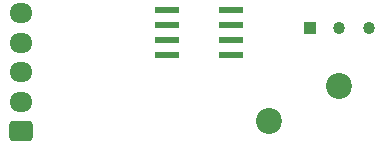
<source format=gts>
%TF.GenerationSoftware,KiCad,Pcbnew,7.0.6*%
%TF.CreationDate,2023-07-13T14:43:26+02:00*%
%TF.ProjectId,LH_BreakLever_FreeJoy,4c485f42-7265-4616-9b4c-657665725f46,rev?*%
%TF.SameCoordinates,Original*%
%TF.FileFunction,Soldermask,Top*%
%TF.FilePolarity,Negative*%
%FSLAX46Y46*%
G04 Gerber Fmt 4.6, Leading zero omitted, Abs format (unit mm)*
G04 Created by KiCad (PCBNEW 7.0.6) date 2023-07-13 14:43:26*
%MOMM*%
%LPD*%
G01*
G04 APERTURE LIST*
G04 Aperture macros list*
%AMRoundRect*
0 Rectangle with rounded corners*
0 $1 Rounding radius*
0 $2 $3 $4 $5 $6 $7 $8 $9 X,Y pos of 4 corners*
0 Add a 4 corners polygon primitive as box body*
4,1,4,$2,$3,$4,$5,$6,$7,$8,$9,$2,$3,0*
0 Add four circle primitives for the rounded corners*
1,1,$1+$1,$2,$3*
1,1,$1+$1,$4,$5*
1,1,$1+$1,$6,$7*
1,1,$1+$1,$8,$9*
0 Add four rect primitives between the rounded corners*
20,1,$1+$1,$2,$3,$4,$5,0*
20,1,$1+$1,$4,$5,$6,$7,0*
20,1,$1+$1,$6,$7,$8,$9,0*
20,1,$1+$1,$8,$9,$2,$3,0*%
G04 Aperture macros list end*
%ADD10C,2.200000*%
%ADD11R,2.000000X0.600000*%
%ADD12R,1.030000X1.030000*%
%ADD13C,1.030000*%
%ADD14RoundRect,0.250000X0.725000X-0.600000X0.725000X0.600000X-0.725000X0.600000X-0.725000X-0.600000X0*%
%ADD15O,1.950000X1.700000*%
G04 APERTURE END LIST*
D10*
X60070000Y-32900001D03*
D11*
X56925000Y-27305000D03*
X56925000Y-26035000D03*
X56925000Y-24765000D03*
X56925000Y-23495000D03*
X51475000Y-23495000D03*
X51475000Y-24765000D03*
X51475000Y-26035000D03*
X51475000Y-27305000D03*
D10*
X66070000Y-29900001D03*
D12*
X63570000Y-25030001D03*
D13*
X66070000Y-25030001D03*
X68570000Y-25030001D03*
D14*
X39080000Y-33790000D03*
D15*
X39080000Y-31290000D03*
X39080000Y-28790000D03*
X39080000Y-26290000D03*
X39080000Y-23790000D03*
M02*

</source>
